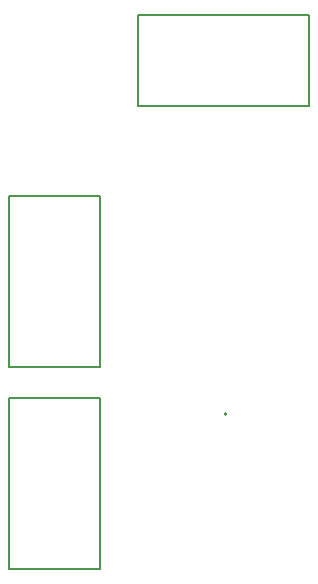
<source format=gm1>
G04*
G04 #@! TF.GenerationSoftware,Altium Limited,Altium Designer,21.3.2 (30)*
G04*
G04 Layer_Color=16711935*
%FSTAX25Y25*%
%MOIN*%
G70*
G04*
G04 #@! TF.SameCoordinates,D88C5563-B55B-4973-966C-210043D782A6*
G04*
G04*
G04 #@! TF.FilePolarity,Positive*
G04*
G01*
G75*
%ADD10C,0.00787*%
%ADD15C,0.01000*%
D10*
X0489567Y0599094D02*
Y0656181D01*
X0520079D01*
Y0599094D02*
Y0656181D01*
X0489567Y0599094D02*
X0520079D01*
X0489567Y0666457D02*
Y0723543D01*
X0520079D01*
Y0666457D02*
Y0723543D01*
X0489567Y0666457D02*
X0520079D01*
X0532593Y0753257D02*
Y0783769D01*
Y0753257D02*
X0589679D01*
Y0783769D01*
X0532593D02*
X0589679D01*
D15*
X05618Y06508D02*
Y06512D01*
M02*

</source>
